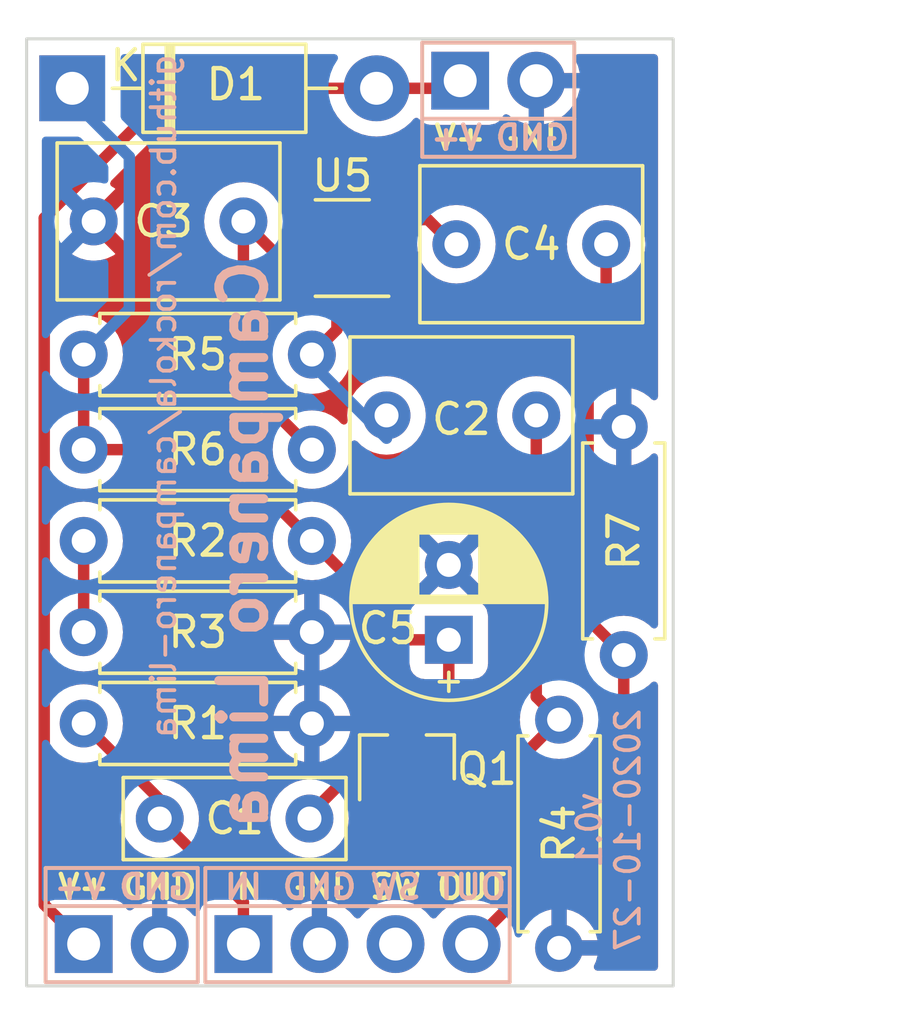
<source format=kicad_pcb>
(kicad_pcb (version 20201002) (generator pcbnew)
  (layers (0 "F.Cu" signal) (31 "B.Cu" signal) (34 "B.Paste" user) (35 "F.Paste" user) (36 "B.SilkS" user "B.Silkscreen") (37 "F.SilkS" user "F.Silkscreen") (38 "B.Mask" user) (39 "F.Mask" user) (44 "Edge.Cuts" user))
  (property "DATE" "2020-10-27")
  (property "REVISION" "v0.1")
  (property "TITLE" "Campanero Lima")
  (property "URL" "github.com/rockola/campanero-lima")
  (net 0 "")
  (net 1 "Net-(C1-Pad2)")
  (net 2 "IN")
  (net 3 "Net-(R5-Pad2)")
  (net 4 "Net-(R4-Pad1)")
  (net 5 "GND")
  (net 6 "Net-(R6-Pad2)")
  (net 7 "OUT")
  (net 8 "Net-(C4-Pad1)")
  (net 9 "VCC")
  (net 10 "+9V")
  (net 11 "Net-(R2-Pad2)")
  (net 12 "Net-(U5-Pad1)")
  (net 13 "Net-(J3-Pad3)")
  (module "rockola_kicad_footprints:C_Box_7.2_5.0" (layer "F.Cu") (at 125.603 97.028 180)
    (fp_text reference "C2" (at 2.5 -0.127 180) (layer "F.SilkS"))
    (fp_text value "1u")
    (fp_line (start -1.22 -2.62) (end 6.22 -2.62) (layer "F.SilkS") (width 0.12))
    (fp_line (start 6.22 -2.62) (end 6.22 2.62) (layer "F.SilkS") (width 0.12))
    (fp_line (start -1.22 -2.62) (end -1.22 2.62) (layer "F.SilkS") (width 0.12))
    (fp_line (start -1.22 2.62) (end 6.22 2.62) (layer "F.SilkS") (width 0.12))
    (pad "1" thru_hole circle (at 0 0 180) (size 1.6 1.6) (drill 0.8) (layers *.Cu *.Mask) (net 4 "Net-(R4-Pad1)"))
    (pad "2" thru_hole circle (at 5 0 180) (size 1.6 1.6) (drill 0.8) (layers *.Cu *.Mask) (net 3 "Net-(R5-Pad2)"))
  )
  (module "rockola_kicad_footprints:R_DIN0207" (layer "F.Cu") (at 128.524 105.029 90)
    (fp_text reference "R7" (at 3.81 0 90) (layer "F.SilkS"))
    (fp_text value "10k")
    (fp_line (start 7.08 -1.37) (end 7.08 -1.04) (layer "F.SilkS") (width 0.12))
    (fp_line (start 0.54 1.04) (end 0.54 1.37) (layer "F.SilkS") (width 0.12))
    (fp_line (start 0.54 1.37) (end 7.08 1.37) (layer "F.SilkS") (width 0.12))
    (fp_line (start 0.54 -1.37) (end 7.08 -1.37) (layer "F.SilkS") (width 0.12))
    (fp_line (start 0.54 -1.04) (end 0.54 -1.37) (layer "F.SilkS") (width 0.12))
    (fp_line (start 7.08 1.37) (end 7.08 1.04) (layer "F.SilkS") (width 0.12))
    (pad "1" thru_hole circle (at 0 0 90) (size 1.6 1.6) (drill 0.8) (layers *.Cu *.Mask) (net 7 "OUT"))
    (pad "2" thru_hole oval (at 7.62 0 90) (size 1.6 1.6) (drill 0.8) (layers *.Cu *.Mask) (net 5 "GND"))
  )
  (module "rockola_kicad_footprints:CP_D6.3_P2.50" (layer "F.Cu") (at 122.682 104.521 90)
    (fp_text reference "C5" (at 0.381 -2.032 180) (layer "F.SilkS"))
    (fp_text value "100u")
    (fp_line (start 3.971 -1.776) (end 3.971 1.776) (layer "F.SilkS") (width 0.12))
    (fp_line (start 4.011 -1.714) (end 4.011 1.714) (layer "F.SilkS") (width 0.12))
    (fp_line (start 2.371 -3.033) (end 2.371 -1.04) (layer "F.SilkS") (width 0.12))
    (fp_line (start 3.931 -1.834) (end 3.931 1.834) (layer "F.SilkS") (width 0.12))
    (fp_line (start 3.531 -2.305) (end 3.531 -1.04) (layer "F.SilkS") (width 0.12))
    (fp_line (start 3.091 1.04) (end 3.091 2.664) (layer "F.SilkS") (width 0.12))
    (fp_line (start 1.61 -3.211) (end 1.61 -1.04) (layer "F.SilkS") (width 0.12))
    (fp_line (start 1.65 -3.206) (end 1.65 -1.04) (layer "F.SilkS") (width 0.12))
    (fp_line (start 4.171 -1.432) (end 4.171 1.432) (layer "F.SilkS") (width 0.12))
    (fp_line (start 1.77 -3.189) (end 1.77 -1.04) (layer "F.SilkS") (width 0.12))
    (fp_line (start 3.211 1.04) (end 3.211 2.578) (layer "F.SilkS") (width 0.12))
    (fp_line (start 1.37 -3.228) (end 1.37 3.228) (layer "F.SilkS") (width 0.12))
    (fp_line (start 1.41 -3.227) (end 1.41 3.227) (layer "F.SilkS") (width 0.12))
    (fp_line (start 4.091 -1.581) (end 4.091 1.581) (layer "F.SilkS") (width 0.12))
    (fp_line (start 4.411 -0.802) (end 4.411 0.802) (layer "F.SilkS") (width 0.12))
    (fp_line (start 2.251 -3.074) (end 2.251 -1.04) (layer "F.SilkS") (width 0.12))
    (fp_line (start 3.251 1.04) (end 3.251 2.548) (layer "F.SilkS") (width 0.12))
    (fp_line (start 3.171 1.04) (end 3.171 2.607) (layer "F.SilkS") (width 0.12))
    (fp_line (start 3.091 -2.664) (end 3.091 -1.04) (layer "F.SilkS") (width 0.12))
    (fp_line (start 3.131 -2.636) (end 3.131 -1.04) (layer "F.SilkS") (width 0.12))
    (fp_line (start 2.291 1.04) (end 2.291 3.061) (layer "F.SilkS") (width 0.12))
    (fp_line (start 2.411 1.04) (end 2.411 3.018) (layer "F.SilkS") (width 0.12))
    (fp_line (start 2.971 -2.742) (end 2.971 -1.04) (layer "F.SilkS") (width 0.12))
    (fp_line (start 3.331 1.04) (end 3.331 2.484) (layer "F.SilkS") (width 0.12))
    (fp_line (start 2.611 1.04) (end 2.611 2.934) (layer "F.SilkS") (width 0.12))
    (fp_line (start 1.25 -3.23) (end 1.25 3.23) (layer "F.SilkS") (width 0.12))
    (fp_line (start 1.49 -3.222) (end 1.49 -1.04) (layer "F.SilkS") (width 0.12))
    (fp_line (start 1.53 -3.218) (end 1.53 -1.04) (layer "F.SilkS") (width 0.12))
    (fp_line (start 4.131 -1.509) (end 4.131 1.509) (layer "F.SilkS") (width 0.12))
    (fp_line (start 2.811 -2.834) (end 2.811 -1.04) (layer "F.SilkS") (width 0.12))
    (fp_line (start 1.81 1.04) (end 1.81 3.182) (layer "F.SilkS") (width 0.12))
    (fp_line (start 1.971 -3.15) (end 1.971 -1.04) (layer "F.SilkS") (width 0.12))
    (fp_line (start 1.93 -3.159) (end 1.93 -1.04) (layer "F.SilkS") (width 0.12))
    (fp_line (start 3.811 -1.995) (end 3.811 1.995) (layer "F.SilkS") (width 0.12))
    (fp_line (start 2.371 1.04) (end 2.371 3.033) (layer "F.SilkS") (width 0.12))
    (fp_line (start 3.131 1.04) (end 3.131 2.636) (layer "F.SilkS") (width 0.12))
    (fp_line (start 2.931 1.04) (end 2.931 2.766) (layer "F.SilkS") (width 0.12))
    (fp_line (start 1.89 1.04) (end 1.89 3.167) (layer "F.SilkS") (width 0.12))
    (fp_line (start -1.717 0) (end -1.087 0) (layer "F.SilkS") (width 0.12))
    (fp_line (start 2.011 1.04) (end 2.011 3.141) (layer "F.SilkS") (width 0.12))
    (fp_line (start 2.171 -3.098) (end 2.171 -1.04) (layer "F.SilkS") (width 0.12))
    (fp_line (start 2.571 -2.952) (end 2.571 -1.04) (layer "F.SilkS") (width 0.12))
    (fp_line (start 2.611 -2.934) (end 2.611 -1.04) (layer "F.SilkS") (width 0.12))
    (fp_line (start 2.731 -2.876) (end 2.731 -1.04) (layer "F.SilkS") (width 0.12))
    (fp_line (start 3.411 -2.416) (end 3.411 -1.04) (layer "F.SilkS") (width 0.12))
    (fp_line (start 2.411 -3.018) (end 2.411 -1.04) (layer "F.SilkS") (width 0.12))
    (fp_line (start 3.491 -2.343) (end 3.491 -1.04) (layer "F.SilkS") (width 0.12))
    (fp_line (start 3.211 -2.578) (end 3.211 -1.04) (layer "F.SilkS") (width 0.12))
    (fp_line (start 2.211 1.04) (end 2.211 3.086) (layer "F.SilkS") (width 0.12))
    (fp_line (start 3.451 -2.38) (end 3.451 -1.04) (layer "F.SilkS") (width 0.12))
    (fp_line (start 2.531 -2.97) (end 2.531 -1.04) (layer "F.SilkS") (width 0.12))
    (fp_line (start 1.77 1.04) (end 1.77 3.189) (layer "F.SilkS") (width 0.12))
    (fp_line (start 2.691 1.04) (end 2.691 2.896) (layer "F.SilkS") (width 0.12))
    (fp_line (start 4.331 -1.059) (end 4.331 1.059) (layer "F.SilkS") (width 0.12))
    (fp_line (start 1.53 1.04) (end 1.53 3.218) (layer "F.SilkS") (width 0.12))
    (fp_line (start 3.691 -2.137) (end 3.691 2.137) (layer "F.SilkS") (width 0.12))
    (fp_line (start 2.331 1.04) (end 2.331 3.047) (layer "F.SilkS") (width 0.12))
    (fp_line (start 3.491 1.04) (end 3.491 2.343) (layer "F.SilkS") (width 0.12))
    (fp_line (start 3.011 1.04) (end 3.011 2.716) (layer "F.SilkS") (width 0.12))
    (fp_line (start 1.93 1.04) (end 1.93 3.159) (layer "F.SilkS") (width 0.12))
    (fp_line (start 2.051 -3.131) (end 2.051 -1.04) (layer "F.SilkS") (width 0.12))
    (fp_line (start 3.411 1.04) (end 3.411 2.416) (layer "F.SilkS") (width 0.12))
    (fp_line (start 1.69 1.04) (end 1.69 3.201) (layer "F.SilkS") (width 0.12))
    (fp_line (start 4.451 -0.633) (end 4.451 0.633) (layer "F.SilkS") (width 0.12))
    (fp_line (start 1.69 -3.201) (end 1.69 -1.04) (layer "F.SilkS") (width 0.12))
    (fp_line (start 2.091 1.04) (end 2.091 3.121) (layer "F.SilkS") (width 0.12))
    (fp_line (start 1.45 -3.224) (end 1.45 3.224) (layer "F.SilkS") (width 0.12))
    (fp_line (start 4.211 -1.35) (end 4.211 1.35) (layer "F.SilkS") (width 0.12))
    (fp_line (start 2.771 -2.856) (end 2.771 -1.04) (layer "F.SilkS") (width 0.12))
    (fp_line (start 1.85 -3.175) (end 1.85 -1.04) (layer "F.SilkS") (width 0.12))
    (fp_line (start 4.051 -1.65) (end 4.051 1.65) (layer "F.SilkS") (width 0.12))
    (fp_line (start 2.771 1.04) (end 2.771 2.856) (layer "F.SilkS") (width 0.12))
    (fp_line (start 2.971 1.04) (end 2.971 2.742) (layer "F.SilkS") (width 0.12))
    (fp_line (start 2.171 1.04) (end 2.171 3.098) (layer "F.SilkS") (width 0.12))
    (fp_line (start 4.291 -1.165) (end 4.291 1.165) (layer "F.SilkS") (width 0.12))
    (fp_line (start 2.851 1.04) (end 2.851 2.812) (layer "F.SilkS") (width 0.12))
    (fp_line (start 1.81 -3.182) (end 1.81 -1.04) (layer "F.SilkS") (width 0.12))
    (fp_line (start 3.651 -2.182) (end 3.651 2.182) (layer "F.SilkS") (width 0.12))
    (fp_line (start 1.73 -3.195) (end 1.73 -1.04) (layer "F.SilkS") (width 0.12))
    (fp_line (start 1.73 1.04) (end 1.73 3.195) (layer "F.SilkS") (width 0.12))
    (fp_line (start 2.691 -2.896) (end 2.691 -1.04) (layer "F.SilkS") (width 0.12))
    (fp_line (start 2.571 1.04) (end 2.571 2.952) (layer "F.SilkS") (width 0.12))
    (fp_line (start 3.051 1.04) (end 3.051 2.69) (layer "F.SilkS") (width 0.12))
    (fp_line (start 1.65 1.04) (end 1.65 3.206) (layer "F.SilkS") (width 0.12))
    (fp_line (start 2.131 1.04) (end 2.131 3.11) (layer "F.SilkS") (width 0.12))
    (fp_line (start -1.402 -0.315) (end -1.402 0.315) (layer "F.SilkS") (width 0.12))
    (fp_line (start 3.171 -2.607) (end 3.171 -1.04) (layer "F.SilkS") (width 0.12))
    (fp_line (start 1.33 -3.23) (end 1.33 3.23) (layer "F.SilkS") (width 0.12))
    (fp_line (start 3.451 1.04) (end 3.451 2.38) (layer "F.SilkS") (width 0.12))
    (fp_line (start 4.371 -0.94) (end 4.371 0.94) (layer "F.SilkS") (width 0.12))
    (fp_line (start 3.371 -2.45) (end 3.371 -1.04) (layer "F.SilkS") (width 0.12))
    (fp_line (start 2.051 1.04) (end 2.051 3.131) (layer "F.SilkS") (width 0.12))
    (fp_line (start 3.731 -2.092) (end 3.731 2.092) (layer "F.SilkS") (width 0.12))
    (fp_line (start 2.531 1.04) (end 2.531 2.97) (layer "F.SilkS") (width 0.12))
    (fp_line (start 2.811 1.04) (end 2.811 2.834) (layer "F.SilkS") (width 0.12))
    (fp_line (start 2.451 1.04) (end 2.451 3.002) (layer "F.SilkS") (width 0.12))
    (fp_line (start 2.211 -3.086) (end 2.211 -1.04) (layer "F.SilkS") (width 0.12))
    (fp_line (start 3.851 -1.944) (end 3.851 1.944) (layer "F.SilkS") (width 0.12))
    (fp_line (start 1.57 1.04) (end 1.57 3.215) (layer "F.SilkS") (width 0.12))
    (fp_line (start 2.891 -2.79) (end 2.891 -1.04) (layer "F.SilkS") (width 0.12))
    (fp_line (start 3.291 1.04) (end 3.291 2.516) (layer "F.SilkS") (width 0.12))
    (fp_line (start 1.971 1.04) (end 1.971 3.15) (layer "F.SilkS") (width 0.12))
    (fp_line (start 2.331 -3.047) (end 2.331 -1.04) (layer "F.SilkS") (width 0.12))
    (fp_line (start 2.291 -3.061) (end 2.291 -1.04) (layer "F.SilkS") (width 0.12))
    (fp_line (start 2.651 1.04) (end 2.651 2.916) (layer "F.SilkS") (width 0.12))
    (fp_line (start 4.491 -0.402) (end 4.491 0.402) (layer "F.SilkS") (width 0.12))
    (fp_line (start 3.371 1.04) (end 3.371 2.45) (layer "F.SilkS") (width 0.12))
    (fp_line (start 1.85 1.04) (end 1.85 3.175) (layer "F.SilkS") (width 0.12))
    (fp_line (start 2.451 -3.002) (end 2.451 -1.04) (layer "F.SilkS") (width 0.12))
    (fp_line (start 2.251 1.04) (end 2.251 3.074) (layer "F.SilkS") (width 0.12))
    (fp_line (start 1.57 -3.215) (end 1.57 -1.04) (layer "F.SilkS") (width 0.12))
    (fp_line (start 3.331 -2.484) (end 3.331 -1.04) (layer "F.SilkS") (width 0.12))
    (fp_line (start 3.531 1.04) (end 3.531 2.305) (layer "F.SilkS") (width 0.12))
    (fp_line (start 2.011 -3.141) (end 2.011 -1.04) (layer "F.SilkS") (width 0.12))
    (fp_line (start 1.61 1.04) (end 1.61 3.211) (layer "F.SilkS") (width 0.12))
    (fp_line (start 2.091 -3.121) (end 2.091 -1.04) (layer "F.SilkS") (width 0.12))
    (fp_line (start 2.491 1.04) (end 2.491 2.986) (layer "F.SilkS") (width 0.12))
    (fp_line (start 2.651 -2.916) (end 2.651 -1.04) (layer "F.SilkS") (width 0.12))
    (fp_line (start 2.851 -2.812) (end 2.851 -1.04) (layer "F.SilkS") (width 0.12))
    (fp_line (start 3.051 -2.69) (end 3.051 -1.04) (layer "F.SilkS") (width 0.12))
    (fp_line (start 3.291 -2.516) (end 3.291 -1.04) (layer "F.SilkS") (width 0.12))
    (fp_line (start 3.611 -2.224) (end 3.611 2.224) (layer "F.SilkS") (width 0.12))
    (fp_line (start 4.251 -1.262) (end 4.251 1.262) (layer "F.SilkS") (width 0.12))
    (fp_line (start 2.931 -2.766) (end 2.931 -1.04) (layer "F.SilkS") (width 0.12))
    (fp_line (start 2.731 1.04) (end 2.731 2.876) (layer "F.SilkS") (width 0.12))
    (fp_line (start 3.251 -2.548) (end 3.251 -1.04) (layer "F.SilkS") (width 0.12))
    (fp_line (start 3.771 -2.044) (end 3.771 2.044) (layer "F.SilkS") (width 0.12))
    (fp_line (start 1.89 -3.167) (end 1.89 -1.04) (layer "F.SilkS") (width 0.12))
    (fp_line (start 2.131 -3.11) (end 2.131 -1.04) (layer "F.SilkS") (width 0.12))
    (fp_line (start 3.571 -2.265) (end 3.571 2.265) (layer "F.SilkS") (width 0.12))
    (fp_line (start 3.011 -2.716) (end 3.011 -1.04) (layer "F.SilkS") (width 0.12))
    (fp_line (start 2.891 1.04) (end 2.891 2.79) (layer "F.SilkS") (width 0.12))
    (fp_line (start 1.49 1.04) (end 1.49 3.222) (layer "F.SilkS") (width 0.12))
    (fp_line (start 2.491 -2.986) (end 2.491 -1.04) (layer "F.SilkS") (width 0.12))
    (fp_line (start 3.891 -1.89) (end 3.891 1.89) (layer "F.SilkS") (width 0.12))
    (fp_line (start 1.29 -3.23) (end 1.29 3.23) (layer "F.SilkS") (width 0.12))
    (fp_circle (center 1.25 0) (end 4.52 0) (layer "F.SilkS") (width 0.12))
    (pad "1" thru_hole rect (at 0 0 90) (size 1.6 1.6) (drill 0.8) (layers *.Cu *.Mask) (net 9 "VCC"))
    (pad "2" thru_hole circle (at 2.5 0 90) (size 1.6 1.6) (drill 0.8) (layers *.Cu *.Mask) (net 5 "GND"))
  )
  (module "rockola_kicad_footprints:R_DIN0207" (layer "F.Cu") (at 126.365 107.188 -90)
    (fp_text reference "R4" (at 3.81 0 90) (layer "F.SilkS"))
    (fp_text value "4k7")
    (fp_line (start 0.54 -1.04) (end 0.54 -1.37) (layer "F.SilkS") (width 0.12))
    (fp_line (start 0.54 1.04) (end 0.54 1.37) (layer "F.SilkS") (width 0.12))
    (fp_line (start 7.08 -1.37) (end 7.08 -1.04) (layer "F.SilkS") (width 0.12))
    (fp_line (start 7.08 1.37) (end 7.08 1.04) (layer "F.SilkS") (width 0.12))
    (fp_line (start 0.54 -1.37) (end 7.08 -1.37) (layer "F.SilkS") (width 0.12))
    (fp_line (start 0.54 1.37) (end 7.08 1.37) (layer "F.SilkS") (width 0.12))
    (pad "1" thru_hole circle (at 0 0 270) (size 1.6 1.6) (drill 0.8) (layers *.Cu *.Mask) (net 4 "Net-(R4-Pad1)"))
    (pad "2" thru_hole oval (at 7.62 0 270) (size 1.6 1.6) (drill 0.8) (layers *.Cu *.Mask) (net 5 "GND"))
  )
  (module "Diode_THT:D_DO-41_SOD81_P10.16mm_Horizontal" (layer "F.Cu") (at 110.109 86.106)
    (fp_text reference "D1" (at 5.461 -0.127) (layer "F.SilkS"))
    (fp_text value "1N5817")
    (fp_text user "K" (at 1.778 -0.762) (layer "F.SilkS"))
    (fp_line (start 3.38 -1.47) (end 3.38 1.47) (layer "F.SilkS") (width 0.12))
    (fp_line (start 8.82 0) (end 7.8 0) (layer "F.SilkS") (width 0.12))
    (fp_line (start 7.8 1.47) (end 7.8 -1.47) (layer "F.SilkS") (width 0.12))
    (fp_line (start 1.34 0) (end 2.36 0) (layer "F.SilkS") (width 0.12))
    (fp_line (start 3.14 -1.47) (end 3.14 1.47) (layer "F.SilkS") (width 0.12))
    (fp_line (start 2.36 -1.47) (end 2.36 1.47) (layer "F.SilkS") (width 0.12))
    (fp_line (start 2.36 1.47) (end 7.8 1.47) (layer "F.SilkS") (width 0.12))
    (fp_line (start 3.26 -1.47) (end 3.26 1.47) (layer "F.SilkS") (width 0.12))
    (fp_line (start 7.8 -1.47) (end 2.36 -1.47) (layer "F.SilkS") (width 0.12))
    (pad "1" thru_hole rect (at 0 0) (size 2.2 2.2) (drill 1.1) (layers *.Cu *.Mask) (net 9 "VCC"))
    (pad "2" thru_hole oval (at 10.16 0) (size 2.2 2.2) (drill 1.1) (layers *.Cu *.Mask) (net 10 "+9V"))
  )
  (module "rockola_kicad_footprints:R_DIN0207" (layer "F.Cu") (at 118.11 101.219 180)
    (fp_text reference "R2" (at 3.81 0) (layer "F.SilkS"))
    (fp_text value "1M")
    (fp_line (start 0.54 -1.04) (end 0.54 -1.37) (layer "F.SilkS") (width 0.12))
    (fp_line (start 0.54 -1.37) (end 7.08 -1.37) (layer "F.SilkS") (width 0.12))
    (fp_line (start 0.54 1.04) (end 0.54 1.37) (layer "F.SilkS") (width 0.12))
    (fp_line (start 0.54 1.37) (end 7.08 1.37) (layer "F.SilkS") (width 0.12))
    (fp_line (start 7.08 -1.37) (end 7.08 -1.04) (layer "F.SilkS") (width 0.12))
    (fp_line (start 7.08 1.37) (end 7.08 1.04) (layer "F.SilkS") (width 0.12))
    (pad "1" thru_hole circle (at 0 0 180) (size 1.6 1.6) (drill 0.8) (layers *.Cu *.Mask) (net 9 "VCC"))
    (pad "2" thru_hole oval (at 7.62 0 180) (size 1.6 1.6) (drill 0.8) (layers *.Cu *.Mask) (net 11 "Net-(R2-Pad2)"))
  )
  (module "rockola_kicad_footprints:C_Box_7.2_5.0" (layer "F.Cu") (at 115.824 90.551 180)
    (fp_text reference "C3" (at 2.667 0 180) (layer "F.SilkS"))
    (fp_text value "1u")
    (fp_line (start 6.22 -2.62) (end 6.22 2.62) (layer "F.SilkS") (width 0.12))
    (fp_line (start -1.22 -2.62) (end 6.22 -2.62) (layer "F.SilkS") (width 0.12))
    (fp_line (start -1.22 2.62) (end 6.22 2.62) (layer "F.SilkS") (width 0.12))
    (fp_line (start -1.22 -2.62) (end -1.22 2.62) (layer "F.SilkS") (width 0.12))
    (pad "1" thru_hole circle (at 0 0 180) (size 1.6 1.6) (drill 0.8) (layers *.Cu *.Mask) (net 6 "Net-(R6-Pad2)"))
    (pad "2" thru_hole circle (at 5 0 180) (size 1.6 1.6) (drill 0.8) (layers *.Cu *.Mask) (net 5 "GND"))
  )
  (module "rockola_kicad_footprints:Stomp_4pin" (layer "F.Cu") (at 119.634 114.681)
    (fp_text reference "J3" hide)
    (fp_text value "Stomp" hide)
    (fp_text user "SW" (at 1.27 -1.905 unlocked) (layer "B.SilkS") (effects (font (size 0.8 0.8)) (justify mirror)))
    (fp_text user "GND" (at -1.27 -1.905 unlocked) (layer "B.SilkS") (effects (font (size 0.8 0.8)) (justify mirror)))
    (fp_text user "IN" (at -3.81 -1.905 unlocked) (layer "B.SilkS") (effects (font (size 0.8 0.8)) (justify mirror)))
    (fp_text user "OUT" (at 3.81 -1.905 unlocked) (layer "B.SilkS") (effects (font (size 0.8 0.8)) (justify mirror)))
    (fp_text user "OUT" (at 3.81 -1.905 unlocked) (layer "F.SilkS") (effects (font (size 0.8 0.8))))
    (fp_text user "GND" (at -1.27 -1.905 unlocked) (layer "F.SilkS") (effects (font (size 0.8 0.8))))
    (fp_text user "IN" (at -3.81 -1.905 unlocked) (layer "F.SilkS") (effects (font (size 0.8 0.8))))
    (fp_text user "SW" (at 1.27 -1.905 unlocked) (layer "F.SilkS") (effects (font (size 0.8 0.8))))
    (fp_line (start -5.08 -1.27) (end -5.08 -2.54) (layer "B.SilkS") (width 0.127))
    (fp_line (start 5.08 -1.27) (end -5.08 -1.27) (layer "B.SilkS") (width 0.127))
    (fp_line (start -5.08 1.27) (end 5.08 1.27) (layer "B.SilkS") (width 0.127))
    (fp_line (start 5.08 1.27) (end 5.08 -1.27) (layer "B.SilkS") (width 0.127))
    (fp_line (start 5.08 -1.27) (end 5.08 -2.54) (layer "B.SilkS") (width 0.127))
    (fp_line (start -5.08 -2.54) (end 5.08 -2.54) (layer "B.SilkS") (width 0.127))
    (fp_line (start -5.08 1.27) (end -5.08 -1.27) (layer "B.SilkS") (width 0.127))
    (fp_line (start -5.08 1.27) (end -5.08 -1.27) (layer "F.SilkS") (width 0.127))
    (fp_line (start 5.08 1.27) (end -5.08 1.27) (layer "F.SilkS") (width 0.127))
    (fp_line (start 5.08 1.27) (end 5.08 -1.27) (layer "F.SilkS") (width 0.127))
    (fp_line (start 5.08 -1.27) (end 5.08 -2.54) (layer "F.SilkS") (width 0.127))
    (fp_line (start -5.08 -1.27) (end 5.08 -1.27) (layer "F.SilkS") (width 0.127))
    (fp_line (start 5.08 -2.54) (end -5.08 -2.54) (layer "F.SilkS") (width 0.127))
    (fp_line (start -5.08 -1.27) (end -5.08 -2.54) (layer "F.SilkS") (width 0.127))
    (pad "1" thru_hole rect (at -3.81 0) (size 1.9304 1.9304) (drill 1.1) (layers *.Cu *.Mask) (net 2 "IN"))
    (pad "2" thru_hole oval (at -1.27 0) (size 1.9304 1.9304) (drill 1.1) (layers *.Cu *.Mask) (net 5 "GND"))
    (pad "3" thru_hole oval (at 1.27 0) (size 1.9304 1.9304) (drill 1.1) (layers *.Cu *.Mask) (net 13 "Net-(J3-Pad3)"))
    (pad "4" thru_hole oval (at 3.81 0) (size 1.9304 1.9304) (drill 1.1) (layers *.Cu *.Mask) (net 7 "OUT"))
  )
  (module "rockola_kicad_footprints:C_Box_7.2_2.5" (layer "F.Cu") (at 113.03 110.49)
    (fp_text reference "C1" (at 2.5 0) (layer "F.SilkS"))
    (fp_text value "100n")
    (fp_line (start -1.22 -1.37) (end -1.22 1.37) (layer "F.SilkS") (width 0.12))
    (fp_line (start -1.22 -1.37) (end 6.22 -1.37) (layer "F.SilkS") (width 0.12))
    (fp_line (start 6.22 -1.37) (end 6.22 1.37) (layer "F.SilkS") (width 0.12))
    (fp_line (start -1.22 1.37) (end 6.22 1.37) (layer "F.SilkS") (width 0.12))
    (pad "1" thru_hole circle (at 0 0) (size 1.6 1.6) (drill 0.8) (layers *.Cu *.Mask) (net 2 "IN"))
    (pad "2" thru_hole circle (at 5 0) (size 1.6 1.6) (drill 0.8) (layers *.Cu *.Mask) (net 1 "Net-(C1-Pad2)"))
  )
  (module "rockola_kicad_footprints:R_DIN0207" (layer "F.Cu") (at 110.49 98.171)
    (fp_text reference "R6" (at 3.81 0) (layer "F.SilkS"))
    (fp_text value "100k")
    (fp_line (start 0.54 1.04) (end 0.54 1.37) (layer "F.SilkS") (width 0.12))
    (fp_line (start 7.08 -1.37) (end 7.08 -1.04) (layer "F.SilkS") (width 0.12))
    (fp_line (start 7.08 1.37) (end 7.08 1.04) (layer "F.SilkS") (width 0.12))
    (fp_line (start 0.54 -1.04) (end 0.54 -1.37) (layer "F.SilkS") (width 0.12))
    (fp_line (start 0.54 -1.37) (end 7.08 -1.37) (layer "F.SilkS") (width 0.12))
    (fp_line (start 0.54 1.37) (end 7.08 1.37) (layer "F.SilkS") (width 0.12))
    (pad "1" thru_hole circle (at 0 0) (size 1.6 1.6) (drill 0.8) (layers *.Cu *.Mask) (net 9 "VCC"))
    (pad "2" thru_hole oval (at 7.62 0) (size 1.6 1.6) (drill 0.8) (layers *.Cu *.Mask) (net 6 "Net-(R6-Pad2)"))
  )
  (module "rockola_kicad_footprints:Power_Header_2pin_TOP" (layer "F.Cu") (at 126.873 85.852)
    (fp_text reference "J1" hide)
    (fp_text value "Power TOP" hide)
    (fp_text user "V+" (at -3.937 1.905 unlocked) (layer "B.SilkS") (effects (font (size 0.8 0.8)) (justify mirror)))
    (fp_text user "GND" (at -1.397 1.905 unlocked) (layer "B.SilkS") (effects (font (size 0.8 0.8)) (justify mirror)))
    (fp_text user "V+" (at -3.81 1.905 unlocked) (layer "F.SilkS") (effects (font (size 0.8 0.8))))
    (fp_text user "GND" (at -1.397 1.905 unlocked) (layer "F.SilkS") (effects (font (size 0.8 0.8))))
    (fp_line (start 0 -1.27) (end -5.08 -1.27) (layer "B.SilkS") (width 0.127))
    (fp_line (start -5.08 1.27) (end -5.08 -1.27) (layer "B.SilkS") (width 0.127))
    (fp_line (start -5.08 2.54) (end -5.08 1.27) (layer "B.SilkS") (width 0.127))
    (fp_line (start 0 1.27) (end 0 -1.27) (layer "B.SilkS") (width 0.127))
    (fp_line (start -5.08 1.27) (end 0 1.27) (layer "B.SilkS") (width 0.127))
    (fp_line (start -5.08 2.54) (end 0 2.54) (layer "B.SilkS") (width 0.127))
    (fp_line (start 0 2.54) (end 0 1.27) (layer "B.SilkS") (width 0.127))
    (fp_line (start -5.08 2.54) (end -5.08 1.27) (layer "F.SilkS") (width 0.127))
    (fp_line (start -5.08 1.27) (end -5.08 -1.27) (layer "F.SilkS") (width 0.127))
    (fp_line (start 0 1.27) (end 0 -1.27) (layer "F.SilkS") (width 0.127))
    (fp_line (start 0 2.54) (end -5.08 2.54) (layer "F.SilkS") (width 0.127))
    (fp_line (start 0 2.54) (end 0 1.27) (layer "F.SilkS") (width 0.127))
    (fp_line (start -5.08 -1.27) (end 0 -1.27) (layer "F.SilkS") (width 0.127))
    (fp_line (start 0 1.27) (end -5.08 1.27) (layer "F.SilkS") (width 0.127))
    (pad "1" thru_hole rect (at -3.81 0) (size 1.9304 1.9304) (drill 1.1) (layers *.Cu *.Mask) (net 10 "+9V"))
    (pad "2" thru_hole oval (at -1.27 0) (size 1.9304 1.9304) (drill 1.1) (layers *.Cu *.Mask) (net 5 "GND"))
  )
  (module "Package_TO_SOT_SMD:SOT-23-5" (layer "F.Cu") (at 119.126 91.44 180)
    (fp_text reference "U5" (at 0 2.413) (layer "F.SilkS"))
    (fp_text value "ZXCT1041")
    (fp_line (start 0.9 -1.61) (end -1.55 -1.61) (layer "F.SilkS") (width 0.12))
    (fp_line (start -0.9 1.61) (end 0.9 1.61) (layer "F.SilkS") (width 0.12))
    (pad "1" smd rect (at -1.1 -0.95 180) (size 1.06 0.65) (layers "F.Cu" "F.Paste" "F.Mask") (net 12 "Net-(U5-Pad1)"))
    (pad "2" smd rect (at -1.1 0 180) (size 1.06 0.65) (layers "F.Cu" "F.Paste" "F.Mask") (net 5 "GND"))
    (pad "3" smd rect (at -1.1 0.95 180) (size 1.06 0.65) (layers "F.Cu" "F.Paste" "F.Mask") (net 8 "Net-(C4-Pad1)"))
    (pad "4" smd rect (at 1.1 0.95 180) (size 1.06 0.65) (layers "F.Cu" "F.Paste" "F.Mask") (net 3 "Net-(R5-Pad2)"))
    (pad "5" smd rect (at 1.1 -0.95 180) (size 1.06 0.65) (layers "F.Cu" "F.Paste" "F.Mask") (net 6 "Net-(R6-Pad2)"))
  )
  (module "rockola_kicad_footprints:Power_Header_2pin" (layer "F.Cu") (at 114.3 114.681)
    (fp_text reference "J2" hide)
    (fp_text value "Power BOTTOM" hide)
    (fp_text user "V+" (at -3.937 -1.905 unlocked) (layer "B.SilkS") (effects (font (size 0.8 0.8)) (justify mirror)))
    (fp_text user "GND" (at -1.397 -1.905 unlocked) (layer "B.SilkS") (effects (font (size 0.8 0.8)) (justify mirror)))
    (fp_text user "GND" (at -1.27 -1.905 unlocked) (layer "F.SilkS") (effects (font (size 0.8 0.8))))
    (fp_text user "V+" (at -3.81 -1.905 unlocked) (layer "F.SilkS") (effects (font (size 0.8 0.8))))
    (fp_line (start 0 1.27) (end 0 -1.27) (layer "B.SilkS") (width 0.127))
    (fp_line (start -5.08 -1.27) (end -5.08 -2.54) (layer "B.SilkS") (width 0.127))
    (fp_line (start -5.08 1.27) (end -5.08 -1.27) (layer "B.SilkS") (width 0.127))
    (fp_line (start 0 -1.27) (end 0 -2.54) (layer "B.SilkS") (width 0.127))
    (fp_line (start -5.08 1.27) (end 0 1.27) (layer "B.SilkS") (width 0.127))
    (fp_line (start -5.08 -2.54) (end 0 -2.54) (layer "B.SilkS") (width 0.127))
    (fp_line (start 0 -1.27) (end -5.08 -1.27) (layer "B.SilkS") (width 0.127))
    (fp_line (start 0 1.27) (end -5.08 1.27) (layer "F.SilkS") (width 0.127))
    (fp_line (start -5.08 1.27) (end -5.08 -1.27) (layer "F.SilkS") (width 0.127))
    (fp_line (start -5.08 -1.27) (end -5.08 -2.54) (layer "F.SilkS") (width 0.127))
    (fp_line (start 0 -2.54) (end -5.08 -2.54) (layer "F.SilkS") (width 0.127))
    (fp_line (start 0 1.27) (end 0 -1.27) (layer "F.SilkS") (width 0.127))
    (fp_line (start -5.08 -1.27) (end 0 -1.27) (layer "F.SilkS") (width 0.127))
    (fp_line (start 0 -1.27) (end 0 -2.54) (layer "F.SilkS") (width 0.127))
    (pad "1" thru_hole rect (at -3.81 0) (size 1.9304 1.9304) (drill 1.1) (layers *.Cu *.Mask) (net 10 "+9V"))
    (pad "2" thru_hole oval (at -1.27 0) (size 1.9304 1.9304) (drill 1.1) (layers *.Cu *.Mask) (net 5 "GND"))
  )
  (module "rockola_kicad_footprints:R_DIN0207" (layer "F.Cu") (at 110.49 94.996)
    (fp_text reference "R5" (at 3.81 0) (layer "F.SilkS"))
    (fp_text value "100k")
    (fp_line (start 0.54 1.37) (end 7.08 1.37) (layer "F.SilkS") (width 0.12))
    (fp_line (start 0.54 -1.37) (end 7.08 -1.37) (layer "F.SilkS") (width 0.12))
    (fp_line (start 0.54 -1.04) (end 0.54 -1.37) (layer "F.SilkS") (width 0.12))
    (fp_line (start 0.54 1.04) (end 0.54 1.37) (layer "F.SilkS") (width 0.12))
    (fp_line (start 7.08 1.37) (end 7.08 1.04) (layer "F.SilkS") (width 0.12))
    (fp_line (start 7.08 -1.37) (end 7.08 -1.04) (layer "F.SilkS") (width 0.12))
    (pad "1" thru_hole circle (at 0 0) (size 1.6 1.6) (drill 0.8) (layers *.Cu *.Mask) (net 9 "VCC"))
    (pad "2" thru_hole oval (at 7.62 0) (size 1.6 1.6) (drill 0.8) (layers *.Cu *.Mask) (net 3 "Net-(R5-Pad2)"))
  )
  (module "rockola_kicad_footprints:R_DIN0207" (layer "F.Cu") (at 110.49 107.315)
    (fp_text reference "R1" (at 3.81 0) (layer "F.SilkS"))
    (fp_text value "1M")
    (fp_line (start 0.54 -1.04) (end 0.54 -1.37) (layer "F.SilkS") (width 0.12))
    (fp_line (start 7.08 1.37) (end 7.08 1.04) (layer "F.SilkS") (width 0.12))
    (fp_line (start 7.08 -1.37) (end 7.08 -1.04) (layer "F.SilkS") (width 0.12))
    (fp_line (start 0.54 -1.37) (end 7.08 -1.37) (layer "F.SilkS") (width 0.12))
    (fp_line (start 0.54 1.37) (end 7.08 1.37) (layer "F.SilkS") (width 0.12))
    (fp_line (start 0.54 1.04) (end 0.54 1.37) (layer "F.SilkS") (width 0.12))
    (pad "1" thru_hole circle (at 0 0) (size 1.6 1.6) (drill 0.8) (layers *.Cu *.Mask) (net 2 "IN"))
    (pad "2" thru_hole oval (at 7.62 0) (size 1.6 1.6) (drill 0.8) (layers *.Cu *.Mask) (net 5 "GND"))
  )
  (module "rockola_kicad_footprints:C_Box_7.2_5.0" (layer "F.Cu") (at 122.936 91.313)
    (fp_text reference "C4" (at 2.5 0) (layer "F.SilkS"))
    (fp_text value "1u")
    (fp_line (start -1.22 -2.62) (end 6.22 -2.62) (layer "F.SilkS") (width 0.12))
    (fp_line (start 6.22 -2.62) (end 6.22 2.62) (layer "F.SilkS") (width 0.12))
    (fp_line (start -1.22 -2.62) (end -1.22 2.62) (layer "F.SilkS") (width 0.12))
    (fp_line (start -1.22 2.62) (end 6.22 2.62) (layer "F.SilkS") (width 0.12))
    (pad "1" thru_hole circle (at 0 0) (size 1.6 1.6) (drill 0.8) (layers *.Cu *.Mask) (net 8 "Net-(C4-Pad1)"))
    (pad "2" thru_hole circle (at 5 0) (size 1.6 1.6) (drill 0.8) (layers *.Cu *.Mask) (net 7 "OUT"))
  )
  (module "Package_TO_SOT_SMD:SOT-23" (layer "F.Cu") (at 121.285 108.458 90)
    (fp_text reference "Q1" (at -0.381 2.667 180) (layer "F.SilkS"))
    (fp_text value "MMBFJ201")
    (fp_line (start 0.76 1.58) (end -0.7 1.58) (layer "F.SilkS") (width 0.12))
    (fp_line (start 0.76 1.58) (end 0.76 0.65) (layer "F.SilkS") (width 0.12))
    (fp_line (start 0.76 -1.58) (end -1.4 -1.58) (layer "F.SilkS") (width 0.12))
    (fp_line (start 0.76 -1.58) (end 0.76 -0.65) (layer "F.SilkS") (width 0.12))
    (pad "1" smd rect (at -1 -0.95 90) (size 0.9 0.8) (layers "F.Cu" "F.Paste" "F.Mask") (net 9 "VCC"))
    (pad "2" smd rect (at -1 0.95 90) (size 0.9 0.8) (layers "F.Cu" "F.Paste" "F.Mask") (net 4 "Net-(R4-Pad1)"))
    (pad "3" smd rect (at 1 0 90) (size 0.9 0.8) (layers "F.Cu" "F.Paste" "F.Mask") (net 1 "Net-(C1-Pad2)"))
  )
  (module "rockola_kicad_footprints:R_DIN0207" (layer "F.Cu") (at 110.49 104.267)
    (fp_text reference "R3" (at 3.81 0) (layer "F.SilkS"))
    (fp_text value "1M")
    (fp_line (start 7.08 -1.37) (end 7.08 -1.04) (layer "F.SilkS") (width 0.12))
    (fp_line (start 0.54 -1.37) (end 7.08 -1.37) (layer "F.SilkS") (width 0.12))
    (fp_line (start 7.08 1.37) (end 7.08 1.04) (layer "F.SilkS") (width 0.12))
    (fp_line (start 0.54 -1.04) (end 0.54 -1.37) (layer "F.SilkS") (width 0.12))
    (fp_line (start 0.54 1.04) (end 0.54 1.37) (layer "F.SilkS") (width 0.12))
    (fp_line (start 0.54 1.37) (end 7.08 1.37) (layer "F.SilkS") (width 0.12))
    (pad "1" thru_hole circle (at 0 0) (size 1.6 1.6) (drill 0.8) (layers *.Cu *.Mask) (net 11 "Net-(R2-Pad2)"))
    (pad "2" thru_hole oval (at 7.62 0) (size 1.6 1.6) (drill 0.8) (layers *.Cu *.Mask) (net 5 "GND"))
  )
  (gr_rect (start 108.585 84.455) (end 130.175 116.078) (layer "Edge.Cuts") (width 0.1))
  (gr_text "${TITLE}" (at 115.824 101.346 90) (layer "B.SilkS") (effects (font (size 1.5 1.5) (thickness 0.3)) (justify mirror)))
  (gr_text "${URL}" (at 113.157 96.393 90) (layer "B.SilkS") (effects (font (size 0.8 0.8) (thickness 0.127)) (justify mirror)))
  (gr_text "${REVISION}\n${DATE}" (at 128.016 110.871 90) (layer "B.SilkS") (effects (font (size 0.8 0.8) (thickness 0.127)) (justify mirror)))
  (segment (start 118.03 110.360734) (end 120.932734 107.458) (width 0.381) (layer "F.Cu") (net 1))
  (segment (start 118.03 110.49) (end 118.03 110.360734) (width 0.381) (layer "F.Cu") (net 1))
  (segment (start 120.932734 107.458) (end 121.285 107.458) (width 0.381) (layer "F.Cu") (net 1))
  (segment (start 113.03 110.49) (end 113.03 109.855) (width 0.381) (layer "F.Cu") (net 2))
  (segment (start 115.824 113.284) (end 113.03 110.49) (width 0.381) (layer "F.Cu") (net 2))
  (segment (start 113.03 109.855) (end 110.49 107.315) (width 0.381) (layer "F.Cu") (net 2))
  (segment (start 115.824 114.681) (end 115.824 113.284) (width 0.381) (layer "F.Cu") (net 2))
  (segment (start 118.94651 94.15949) (end 118.94651 91.41051) (width 0.381) (layer "F.Cu") (net 3))
  (segment (start 118.94651 91.41051) (end 118.026 90.49) (width 0.381) (layer "F.Cu") (net 3))
  (segment (start 118.11 94.996) (end 118.94651 94.15949) (width 0.381) (layer "F.Cu") (net 3))
  (segment (start 120.603 97.79) (end 118.11 95.297) (width 0.381) (layer "B.Cu") (net 3))
  (segment (start 118.11 95.297) (end 118.11 94.996) (width 0.381) (layer "B.Cu") (net 3))
  (segment (start 125.603 106.426) (end 125.603 97.028) (width 0.381) (layer "F.Cu") (net 4))
  (segment (start 126.365 107.188) (end 125.603 106.426) (width 0.381) (layer "F.Cu") (net 4))
  (segment (start 124.095 109.458) (end 122.235 109.458) (width 0.381) (layer "F.Cu") (net 4))
  (segment (start 126.365 107.188) (end 124.095 109.458) (width 0.381) (layer "F.Cu") (net 4))
  (segment (start 117.663 92.39) (end 115.824 90.551) (width 0.381) (layer "F.Cu") (net 6))
  (segment (start 115.824 95.885) (end 115.824 90.17) (width 0.381) (layer "F.Cu") (net 6))
  (segment (start 118.11 98.171) (end 115.824 95.885) (width 0.381) (layer "F.Cu") (net 6))
  (segment (start 118.026 92.39) (end 117.663 92.39) (width 0.381) (layer "F.Cu") (net 6))
  (segment (start 127.936 92.694998) (end 127.333499 93.297499) (width 0.381) (layer "F.Cu") (net 7))
  (segment (start 127.333499 103.838499) (end 127.333499 93.297499) (width 0.381) (layer "F.Cu") (net 7))
  (segment (start 128.524 105.029) (end 127.333499 103.838499) (width 0.381) (layer "F.Cu") (net 7))
  (segment (start 128.524 109.601) (end 128.524 105.029) (width 0.381) (layer "F.Cu") (net 7))
  (segment (start 127.936 91.313) (end 127.936 92.694998) (width 0.381) (layer "F.Cu") (net 7))
  (segment (start 123.444 114.681) (end 128.524 109.601) (width 0.381) (layer "F.Cu") (net 7))
  (segment (start 121.986 90.49) (end 120.226 90.49) (width 0.381) (layer "F.Cu") (net 8))
  (segment (start 122.809 91.313) (end 121.986 90.49) (width 0.381) (layer "F.Cu") (net 8))
  (segment (start 121.412 104.521) (end 118.11 101.219) (width 0.381) (layer "F.Cu") (net 9))
  (segment (start 120.687266 109.458) (end 122.682 107.463266) (width 0.381) (layer "F.Cu") (net 9))
  (segment (start 120.335 109.458) (end 120.687266 109.458) (width 0.381) (layer "F.Cu") (net 9))
  (segment (start 122.682 104.521) (end 121.412 104.521) (width 0.381) (layer "F.Cu") (net 9))
  (segment (start 115.062 98.171) (end 118.11 101.219) (width 0.381) (layer "F.Cu") (net 9))
  (segment (start 122.682 107.463266) (end 122.682 104.521) (width 0.381) (layer "F.Cu") (net 9))
  (segment (start 110.49 94.996) (end 110.49 98.171) (width 0.381) (layer "F.Cu") (net 9))
  (segment (start 110.49 98.171) (end 115.062 98.171) (width 0.381) (layer "F.Cu") (net 9))
  (segment (start 112.014501 88.392501) (end 112.014501 93.471499) (width 0.381) (layer "B.Cu") (net 9))
  (segment (start 112.014501 93.471499) (end 110.49 94.996) (width 0.381) (layer "B.Cu") (net 9))
  (segment (start 110.49 86.868) (end 112.014501 88.392501) (width 0.381) (layer "B.Cu") (net 9))
  (segment (start 120.269 86.106) (end 113.507058 86.106) (width 0.381) (layer "F.Cu") (net 10))
  (segment (start 122.809 86.106) (end 123.063 85.852) (width 0.381) (layer "F.Cu") (net 10))
  (segment (start 120.269 86.106) (end 122.809 86.106) (width 0.381) (layer "F.Cu") (net 10))
  (segment (start 113.507058 86.106) (end 109.172499 90.440559) (width 0.381) (layer "F.Cu") (net 10))
  (segment (start 109.172499 113.363499) (end 110.49 114.681) (width 0.381) (layer "F.Cu") (net 10))
  (segment (start 109.172499 90.440559) (end 109.172499 113.363499) (width 0.381) (layer "F.Cu") (net 10))
  (segment (start 110.49 104.267) (end 110.49 101.219) (width 0.381) (layer "F.Cu") (net 11))
  (zone (net 5) (net_name "GND") (layers F&B.Cu) (connect_pads (clearance 0.508)) (min_thickness 0.254) (fill yes (thermal_gap 0.508) (thermal_bridge_width 0.508))
    (polygon (pts (xy 136.398 83.693) (xy 138.049 117.221) (xy 107.696 117.348) (xy 108.077 84.328)))
  )
)
</source>
